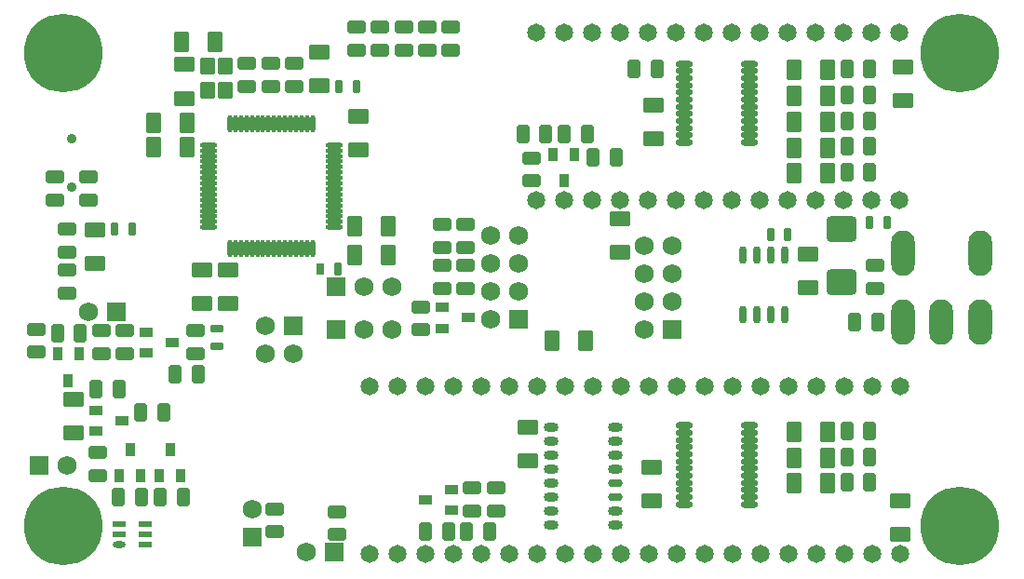
<source format=gbs>
G04 Layer_Color=16711935*
%FSLAX44Y44*%
%MOMM*%
G71*
G01*
G75*
%ADD64C,0.9000*%
G04:AMPARAMS|DCode=94|XSize=1.15mm|YSize=1.65mm|CornerRadius=0.2mm|HoleSize=0mm|Usage=FLASHONLY|Rotation=180.000|XOffset=0mm|YOffset=0mm|HoleType=Round|Shape=RoundedRectangle|*
%AMROUNDEDRECTD94*
21,1,1.1500,1.2500,0,0,180.0*
21,1,0.7500,1.6500,0,0,180.0*
1,1,0.4000,-0.3750,0.6250*
1,1,0.4000,0.3750,0.6250*
1,1,0.4000,0.3750,-0.6250*
1,1,0.4000,-0.3750,-0.6250*
%
%ADD94ROUNDEDRECTD94*%
%ADD95R,0.8500X1.1500*%
G04:AMPARAMS|DCode=96|XSize=2.35mm|YSize=2.75mm|CornerRadius=0.405mm|HoleSize=0mm|Usage=FLASHONLY|Rotation=270.000|XOffset=0mm|YOffset=0mm|HoleType=Round|Shape=RoundedRectangle|*
%AMROUNDEDRECTD96*
21,1,2.3500,1.9400,0,0,270.0*
21,1,1.5400,2.7500,0,0,270.0*
1,1,0.8100,-0.9700,-0.7700*
1,1,0.8100,-0.9700,0.7700*
1,1,0.8100,0.9700,0.7700*
1,1,0.8100,0.9700,-0.7700*
%
%ADD96ROUNDEDRECTD96*%
G04:AMPARAMS|DCode=97|XSize=1.35mm|YSize=1.85mm|CornerRadius=0.195mm|HoleSize=0mm|Usage=FLASHONLY|Rotation=180.000|XOffset=0mm|YOffset=0mm|HoleType=Round|Shape=RoundedRectangle|*
%AMROUNDEDRECTD97*
21,1,1.3500,1.4600,0,0,180.0*
21,1,0.9600,1.8500,0,0,180.0*
1,1,0.3900,-0.4800,0.7300*
1,1,0.3900,0.4800,0.7300*
1,1,0.3900,0.4800,-0.7300*
1,1,0.3900,-0.4800,-0.7300*
%
%ADD97ROUNDEDRECTD97*%
G04:AMPARAMS|DCode=102|XSize=1.35mm|YSize=1.85mm|CornerRadius=0.195mm|HoleSize=0mm|Usage=FLASHONLY|Rotation=90.000|XOffset=0mm|YOffset=0mm|HoleType=Round|Shape=RoundedRectangle|*
%AMROUNDEDRECTD102*
21,1,1.3500,1.4600,0,0,90.0*
21,1,0.9600,1.8500,0,0,90.0*
1,1,0.3900,0.7300,0.4800*
1,1,0.3900,0.7300,-0.4800*
1,1,0.3900,-0.7300,-0.4800*
1,1,0.3900,-0.7300,0.4800*
%
%ADD102ROUNDEDRECTD102*%
%ADD103R,1.1500X0.8500*%
G04:AMPARAMS|DCode=106|XSize=1.15mm|YSize=1.65mm|CornerRadius=0.2mm|HoleSize=0mm|Usage=FLASHONLY|Rotation=270.000|XOffset=0mm|YOffset=0mm|HoleType=Round|Shape=RoundedRectangle|*
%AMROUNDEDRECTD106*
21,1,1.1500,1.2500,0,0,270.0*
21,1,0.7500,1.6500,0,0,270.0*
1,1,0.4000,-0.6250,-0.3750*
1,1,0.4000,-0.6250,0.3750*
1,1,0.4000,0.6250,0.3750*
1,1,0.4000,0.6250,-0.3750*
%
%ADD106ROUNDEDRECTD106*%
G04:AMPARAMS|DCode=108|XSize=0.75mm|YSize=1.15mm|CornerRadius=0.18mm|HoleSize=0mm|Usage=FLASHONLY|Rotation=90.000|XOffset=0mm|YOffset=0mm|HoleType=Round|Shape=RoundedRectangle|*
%AMROUNDEDRECTD108*
21,1,0.7500,0.7900,0,0,90.0*
21,1,0.3900,1.1500,0,0,90.0*
1,1,0.3600,0.3950,0.1950*
1,1,0.3600,0.3950,-0.1950*
1,1,0.3600,-0.3950,-0.1950*
1,1,0.3600,-0.3950,0.1950*
%
%ADD108ROUNDEDRECTD108*%
%ADD112O,1.3500X0.8500*%
G04:AMPARAMS|DCode=122|XSize=0.75mm|YSize=1.15mm|CornerRadius=0.18mm|HoleSize=0mm|Usage=FLASHONLY|Rotation=0.000|XOffset=0mm|YOffset=0mm|HoleType=Round|Shape=RoundedRectangle|*
%AMROUNDEDRECTD122*
21,1,0.7500,0.7900,0,0,0.0*
21,1,0.3900,1.1500,0,0,0.0*
1,1,0.3600,0.1950,-0.3950*
1,1,0.3600,-0.1950,-0.3950*
1,1,0.3600,-0.1950,0.3950*
1,1,0.3600,0.1950,0.3950*
%
%ADD122ROUNDEDRECTD122*%
%ADD123R,1.7500X1.7500*%
%ADD124C,1.7500*%
%ADD125R,1.7500X1.7500*%
%ADD126O,2.1500X4.1500*%
%ADD127C,1.6500*%
%ADD128C,7.1500*%
G04:AMPARAMS|DCode=129|XSize=1.55mm|YSize=1.35mm|CornerRadius=0.195mm|HoleSize=0mm|Usage=FLASHONLY|Rotation=270.000|XOffset=0mm|YOffset=0mm|HoleType=Round|Shape=RoundedRectangle|*
%AMROUNDEDRECTD129*
21,1,1.5500,0.9600,0,0,270.0*
21,1,1.1600,1.3500,0,0,270.0*
1,1,0.3900,-0.4800,-0.5800*
1,1,0.3900,-0.4800,0.5800*
1,1,0.3900,0.4800,0.5800*
1,1,0.3900,0.4800,-0.5800*
%
%ADD129ROUNDEDRECTD129*%
%ADD130O,1.5500X0.4500*%
%ADD131O,0.4500X1.5500*%
%ADD132O,1.3500X0.7500*%
%ADD133R,1.1500X0.6000*%
%ADD134O,1.1500X0.6000*%
%ADD135O,0.7500X1.6000*%
%ADD136O,1.5500X0.6500*%
G04:AMPARAMS|DCode=137|XSize=0.75mm|YSize=1.05mm|CornerRadius=0.18mm|HoleSize=0mm|Usage=FLASHONLY|Rotation=0.000|XOffset=0mm|YOffset=0mm|HoleType=Round|Shape=RoundedRectangle|*
%AMROUNDEDRECTD137*
21,1,0.7500,0.6900,0,0,0.0*
21,1,0.3900,1.0500,0,0,0.0*
1,1,0.3600,0.1950,-0.3450*
1,1,0.3600,-0.1950,-0.3450*
1,1,0.3600,-0.1950,0.3450*
1,1,0.3600,0.1950,0.3450*
%
%ADD137ROUNDEDRECTD137*%
D64*
X47000Y392000D02*
D03*
Y348000D02*
D03*
D94*
X457500Y396750D02*
D03*
X478500D02*
D03*
X521250Y375250D02*
D03*
X542250D02*
D03*
X495000Y396750D02*
D03*
X516000D02*
D03*
X368750Y34750D02*
D03*
X389750D02*
D03*
X427250D02*
D03*
X406250D02*
D03*
X148500Y66500D02*
D03*
X127500D02*
D03*
X111000D02*
D03*
X90000D02*
D03*
X90250Y164750D02*
D03*
X69250D02*
D03*
X130750Y143250D02*
D03*
X109750D02*
D03*
X162000Y177750D02*
D03*
X141000D02*
D03*
X55250Y215250D02*
D03*
X34250D02*
D03*
X559000Y455500D02*
D03*
X580000D02*
D03*
X773250Y79500D02*
D03*
X752250D02*
D03*
X773250Y385000D02*
D03*
X752250D02*
D03*
X773250Y103000D02*
D03*
X752250D02*
D03*
X773250Y408500D02*
D03*
X752250D02*
D03*
X780250Y225250D02*
D03*
X759250D02*
D03*
X773250Y455500D02*
D03*
X752250D02*
D03*
X773250Y361500D02*
D03*
X752250D02*
D03*
X773250Y432000D02*
D03*
X752250D02*
D03*
X773250Y126500D02*
D03*
X752250D02*
D03*
D95*
X485250Y377750D02*
D03*
X504250D02*
D03*
X494750Y353750D02*
D03*
X109750Y85500D02*
D03*
X90750D02*
D03*
X100250Y109500D02*
D03*
X34750Y196250D02*
D03*
X53750D02*
D03*
X44250Y172250D02*
D03*
X146250Y85500D02*
D03*
X127250D02*
D03*
X136750Y109500D02*
D03*
D96*
X747750Y262000D02*
D03*
Y310000D02*
D03*
D97*
X177750Y480500D02*
D03*
X147250D02*
D03*
X335000Y286000D02*
D03*
X304500D02*
D03*
X121750Y406750D02*
D03*
X152250D02*
D03*
X704250Y78500D02*
D03*
X734750D02*
D03*
X704250Y384000D02*
D03*
X734750D02*
D03*
X704250Y102000D02*
D03*
X734750D02*
D03*
X704250Y407500D02*
D03*
X734750D02*
D03*
X704250Y454500D02*
D03*
X734750D02*
D03*
X704250Y360500D02*
D03*
X734750D02*
D03*
X704250Y431000D02*
D03*
X734750D02*
D03*
X704250Y125500D02*
D03*
X734750D02*
D03*
X515000Y208500D02*
D03*
X484500D02*
D03*
X335250Y313000D02*
D03*
X304750D02*
D03*
X121750Y384500D02*
D03*
X152250D02*
D03*
D102*
X189250Y242000D02*
D03*
Y272500D02*
D03*
X149750Y429000D02*
D03*
Y459500D02*
D03*
X307750Y412250D02*
D03*
Y381750D02*
D03*
X165750Y242000D02*
D03*
Y272500D02*
D03*
X68250Y278500D02*
D03*
Y309000D02*
D03*
X803000Y457000D02*
D03*
Y426500D02*
D03*
X800500Y32500D02*
D03*
Y63000D02*
D03*
X574750Y93500D02*
D03*
Y63000D02*
D03*
X576500Y422500D02*
D03*
Y392000D02*
D03*
X716750Y287500D02*
D03*
Y257000D02*
D03*
X272250Y471000D02*
D03*
Y440500D02*
D03*
X49250Y154750D02*
D03*
Y124250D02*
D03*
X462250Y99000D02*
D03*
Y129500D02*
D03*
X545750Y319000D02*
D03*
Y288500D02*
D03*
D103*
X392750Y73250D02*
D03*
Y54250D02*
D03*
X368750Y63750D02*
D03*
X69250Y126250D02*
D03*
Y145250D02*
D03*
X93250Y135750D02*
D03*
X114750Y197250D02*
D03*
Y216250D02*
D03*
X138750Y206750D02*
D03*
X384000Y219750D02*
D03*
Y238750D02*
D03*
X408000Y229250D02*
D03*
D106*
X249750Y439500D02*
D03*
Y460500D02*
D03*
X206750D02*
D03*
Y439500D02*
D03*
X228250Y460500D02*
D03*
Y439500D02*
D03*
X288500Y53000D02*
D03*
Y32000D02*
D03*
X370750Y494000D02*
D03*
Y473000D02*
D03*
X327750Y494000D02*
D03*
Y473000D02*
D03*
X306250Y494000D02*
D03*
Y473000D02*
D03*
X349250Y494000D02*
D03*
Y473000D02*
D03*
X392250Y494000D02*
D03*
Y473000D02*
D03*
X465750Y353750D02*
D03*
Y374750D02*
D03*
X411750Y53750D02*
D03*
Y74750D02*
D03*
X433250Y74750D02*
D03*
Y53750D02*
D03*
X71250Y106500D02*
D03*
Y85500D02*
D03*
X160250Y196750D02*
D03*
Y217750D02*
D03*
X95750Y217750D02*
D03*
Y196750D02*
D03*
X74250Y217750D02*
D03*
Y196750D02*
D03*
X15250Y219000D02*
D03*
Y198000D02*
D03*
X43250Y310000D02*
D03*
Y289000D02*
D03*
X62250Y336250D02*
D03*
Y357250D02*
D03*
X31750Y336250D02*
D03*
Y357250D02*
D03*
X43250Y272500D02*
D03*
Y251500D02*
D03*
X777750Y256000D02*
D03*
Y277000D02*
D03*
X405500Y276750D02*
D03*
Y255750D02*
D03*
X384000Y293250D02*
D03*
Y314250D02*
D03*
Y255750D02*
D03*
Y276750D02*
D03*
X231750Y34500D02*
D03*
Y55500D02*
D03*
X405500Y314250D02*
D03*
Y293250D02*
D03*
X365000Y218250D02*
D03*
Y239250D02*
D03*
D108*
X179250Y203750D02*
D03*
Y219750D02*
D03*
D112*
X483250Y41050D02*
D03*
Y53750D02*
D03*
Y66450D02*
D03*
Y79150D02*
D03*
Y91850D02*
D03*
Y104550D02*
D03*
Y117250D02*
D03*
Y129950D02*
D03*
X541500Y41050D02*
D03*
Y53750D02*
D03*
Y91850D02*
D03*
Y104550D02*
D03*
Y117250D02*
D03*
Y129950D02*
D03*
D122*
X698750Y305000D02*
D03*
X682750D02*
D03*
X773250Y316000D02*
D03*
X789250D02*
D03*
X306250Y439500D02*
D03*
X290250D02*
D03*
X289750Y273500D02*
D03*
X86250Y310000D02*
D03*
X102250D02*
D03*
D123*
X17350Y95000D02*
D03*
X88200Y234750D02*
D03*
X287600Y257750D02*
D03*
Y219000D02*
D03*
X286000Y16000D02*
D03*
X248950Y221950D02*
D03*
D124*
X42750Y95000D02*
D03*
X62800Y234750D02*
D03*
X313000Y257750D02*
D03*
X338400D02*
D03*
X313000Y219000D02*
D03*
X338400D02*
D03*
X260600Y16000D02*
D03*
X223550Y221950D02*
D03*
Y196550D02*
D03*
X248950D02*
D03*
X211500Y55400D02*
D03*
X568100Y294750D02*
D03*
X593500D02*
D03*
Y269350D02*
D03*
X568100D02*
D03*
X593500Y243950D02*
D03*
X568100D02*
D03*
Y218550D02*
D03*
X428350Y228050D02*
D03*
Y253450D02*
D03*
X453750D02*
D03*
X428350Y278850D02*
D03*
X453750D02*
D03*
Y304250D02*
D03*
X428350D02*
D03*
D125*
X211500Y30000D02*
D03*
X593500Y218550D02*
D03*
X453750Y228050D02*
D03*
D126*
X873500Y287750D02*
D03*
X803500D02*
D03*
Y225250D02*
D03*
X838250D02*
D03*
X873500D02*
D03*
D127*
X799750Y489050D02*
D03*
X774350D02*
D03*
X748950D02*
D03*
X723550D02*
D03*
X698150D02*
D03*
X672750D02*
D03*
X647350D02*
D03*
X621950D02*
D03*
X596550D02*
D03*
X571150D02*
D03*
X545750D02*
D03*
X520350D02*
D03*
X494950D02*
D03*
X469550D02*
D03*
Y336650D02*
D03*
X494950D02*
D03*
X520350D02*
D03*
X545750D02*
D03*
X571150D02*
D03*
X596550D02*
D03*
X621950D02*
D03*
X647350D02*
D03*
X672750D02*
D03*
X698150D02*
D03*
X723550D02*
D03*
X748950D02*
D03*
X774350D02*
D03*
X799750D02*
D03*
X800650Y14750D02*
D03*
X775250D02*
D03*
X749850D02*
D03*
X724450D02*
D03*
X699050D02*
D03*
X673650D02*
D03*
X648250D02*
D03*
X622850D02*
D03*
X597450D02*
D03*
X572050D02*
D03*
X546650D02*
D03*
X521250D02*
D03*
X495850D02*
D03*
X470450D02*
D03*
X445050D02*
D03*
X419650D02*
D03*
X394250D02*
D03*
X368850D02*
D03*
X343450D02*
D03*
X318050D02*
D03*
Y167150D02*
D03*
X343450D02*
D03*
X368850D02*
D03*
X394250D02*
D03*
X419650D02*
D03*
X445050D02*
D03*
X470450D02*
D03*
X495850D02*
D03*
X521250D02*
D03*
X546650D02*
D03*
X572050D02*
D03*
X597450D02*
D03*
X622850D02*
D03*
X648250D02*
D03*
X673650D02*
D03*
X699050D02*
D03*
X724450D02*
D03*
X749850D02*
D03*
X775250D02*
D03*
X800650D02*
D03*
D128*
X855250Y40000D02*
D03*
Y470000D02*
D03*
X40000D02*
D03*
Y40000D02*
D03*
D129*
X186750Y436500D02*
D03*
X170750D02*
D03*
Y458500D02*
D03*
X186750D02*
D03*
D130*
X171750Y386500D02*
D03*
Y381500D02*
D03*
Y376500D02*
D03*
Y371500D02*
D03*
Y366500D02*
D03*
Y361500D02*
D03*
Y356500D02*
D03*
Y351500D02*
D03*
Y346500D02*
D03*
Y341500D02*
D03*
Y336500D02*
D03*
Y331500D02*
D03*
Y326500D02*
D03*
Y321500D02*
D03*
Y316500D02*
D03*
Y311500D02*
D03*
X285750D02*
D03*
Y316500D02*
D03*
Y321500D02*
D03*
Y326500D02*
D03*
Y331500D02*
D03*
Y336500D02*
D03*
Y341500D02*
D03*
Y346500D02*
D03*
Y351500D02*
D03*
Y356500D02*
D03*
Y361500D02*
D03*
Y366500D02*
D03*
Y371500D02*
D03*
Y376500D02*
D03*
Y381500D02*
D03*
Y386500D02*
D03*
D131*
X191250Y292000D02*
D03*
X196250D02*
D03*
X201250D02*
D03*
X206250D02*
D03*
X211250D02*
D03*
X216250D02*
D03*
X221250D02*
D03*
X226250D02*
D03*
X231250D02*
D03*
X236250D02*
D03*
X241250D02*
D03*
X246250D02*
D03*
X251250D02*
D03*
X256250D02*
D03*
X261250D02*
D03*
X266250D02*
D03*
Y406000D02*
D03*
X261250D02*
D03*
X256250D02*
D03*
X251250D02*
D03*
X246250D02*
D03*
X241250D02*
D03*
X236250D02*
D03*
X231250D02*
D03*
X226250D02*
D03*
X221250D02*
D03*
X216250D02*
D03*
X211250D02*
D03*
X206250D02*
D03*
X201250D02*
D03*
X196250D02*
D03*
X191250D02*
D03*
D132*
X541500Y66450D02*
D03*
Y79150D02*
D03*
D133*
X114250Y23000D02*
D03*
Y32500D02*
D03*
Y42000D02*
D03*
X90250D02*
D03*
Y32500D02*
D03*
D134*
Y23000D02*
D03*
D135*
X657400Y286250D02*
D03*
X670100D02*
D03*
X682800D02*
D03*
X695500D02*
D03*
X657400Y231750D02*
D03*
X670100D02*
D03*
X682800D02*
D03*
X695500D02*
D03*
D136*
X663750Y460250D02*
D03*
Y453750D02*
D03*
Y447250D02*
D03*
Y440750D02*
D03*
Y434250D02*
D03*
Y427750D02*
D03*
Y421250D02*
D03*
Y414750D02*
D03*
Y408250D02*
D03*
Y401750D02*
D03*
Y395250D02*
D03*
Y388750D02*
D03*
X604750Y460250D02*
D03*
Y453750D02*
D03*
Y447250D02*
D03*
Y440750D02*
D03*
Y434250D02*
D03*
Y427750D02*
D03*
Y421250D02*
D03*
Y414750D02*
D03*
Y408250D02*
D03*
Y401750D02*
D03*
Y395250D02*
D03*
Y388750D02*
D03*
X663750Y131250D02*
D03*
Y124750D02*
D03*
Y118250D02*
D03*
Y111750D02*
D03*
Y105250D02*
D03*
Y98750D02*
D03*
Y92250D02*
D03*
Y85750D02*
D03*
Y79250D02*
D03*
Y72750D02*
D03*
Y66250D02*
D03*
Y59750D02*
D03*
X604750Y131250D02*
D03*
Y124750D02*
D03*
Y118250D02*
D03*
Y111750D02*
D03*
Y105250D02*
D03*
Y98750D02*
D03*
Y92250D02*
D03*
Y85750D02*
D03*
Y79250D02*
D03*
Y72750D02*
D03*
Y66250D02*
D03*
Y59750D02*
D03*
D137*
X273750Y273500D02*
D03*
M02*

</source>
